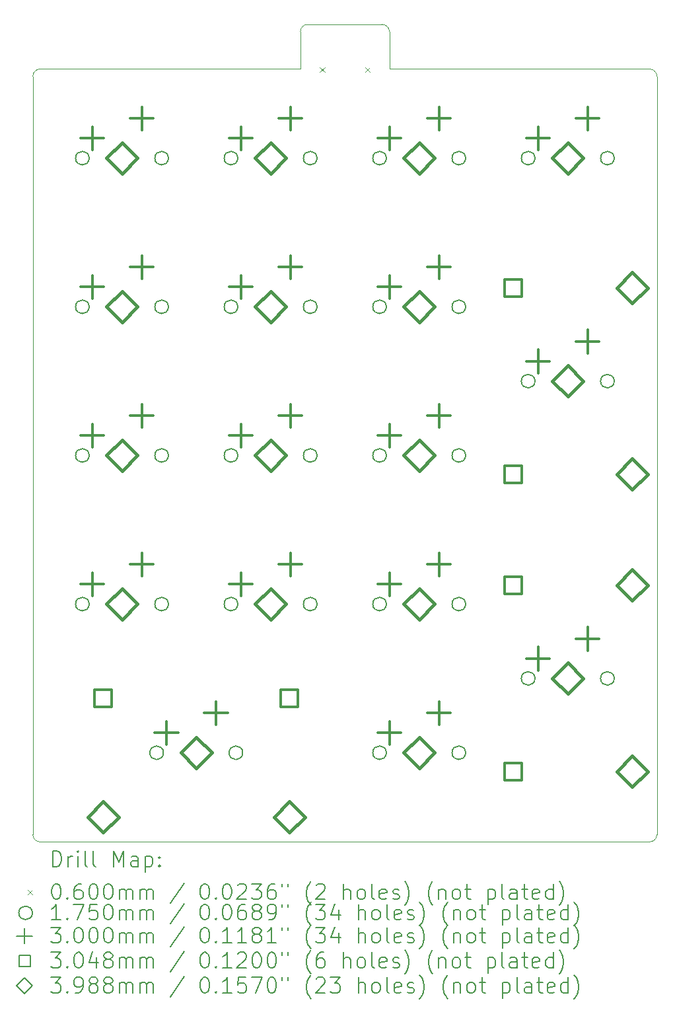
<source format=gbr>
%FSLAX45Y45*%
G04 Gerber Fmt 4.5, Leading zero omitted, Abs format (unit mm)*
G04 Created by KiCad (PCBNEW (6.0.0)) date 2022-02-11 16:13:40*
%MOMM*%
%LPD*%
G01*
G04 APERTURE LIST*
%TA.AperFunction,Profile*%
%ADD10C,0.100000*%
%TD*%
%ADD11C,0.200000*%
%ADD12C,0.060000*%
%ADD13C,0.175000*%
%ADD14C,0.300000*%
%ADD15C,0.304800*%
%ADD16C,0.398780*%
G04 APERTURE END LIST*
D10*
X12763500Y-3143250D02*
X12763500Y-3619500D01*
X13811250Y-3048000D02*
X12858750Y-3048000D01*
X12763500Y-3619500D02*
X9429750Y-3619500D01*
X17240250Y-3619500D02*
X13906500Y-3619500D01*
X17335500Y-3714750D02*
G75*
G03*
X17240250Y-3619500I-95250J0D01*
G01*
X12858750Y-3048000D02*
G75*
G03*
X12763500Y-3143250I0J-95250D01*
G01*
X9429750Y-13525500D02*
X17240250Y-13525500D01*
X17335500Y-13430250D02*
X17335500Y-3714750D01*
X17240250Y-13525500D02*
G75*
G03*
X17335500Y-13430250I0J95250D01*
G01*
X9429750Y-3619500D02*
G75*
G03*
X9334500Y-3714750I0J-95250D01*
G01*
X13906500Y-3619500D02*
X13906500Y-3143250D01*
X9334500Y-3714750D02*
X9334500Y-13430250D01*
X9334500Y-13430250D02*
G75*
G03*
X9429750Y-13525500I95250J0D01*
G01*
X13906500Y-3143250D02*
G75*
G03*
X13811250Y-3048000I-95250J0D01*
G01*
D11*
D12*
X13016000Y-3596500D02*
X13076000Y-3656500D01*
X13076000Y-3596500D02*
X13016000Y-3656500D01*
X13594000Y-3596500D02*
X13654000Y-3656500D01*
X13654000Y-3596500D02*
X13594000Y-3656500D01*
D13*
X10057000Y-4762500D02*
G75*
G03*
X10057000Y-4762500I-87500J0D01*
G01*
X10057000Y-6667500D02*
G75*
G03*
X10057000Y-6667500I-87500J0D01*
G01*
X10057000Y-8572500D02*
G75*
G03*
X10057000Y-8572500I-87500J0D01*
G01*
X10057000Y-10477500D02*
G75*
G03*
X10057000Y-10477500I-87500J0D01*
G01*
X11009500Y-12382500D02*
G75*
G03*
X11009500Y-12382500I-87500J0D01*
G01*
X11073000Y-4762500D02*
G75*
G03*
X11073000Y-4762500I-87500J0D01*
G01*
X11073000Y-6667500D02*
G75*
G03*
X11073000Y-6667500I-87500J0D01*
G01*
X11073000Y-8572500D02*
G75*
G03*
X11073000Y-8572500I-87500J0D01*
G01*
X11073000Y-10477500D02*
G75*
G03*
X11073000Y-10477500I-87500J0D01*
G01*
X11962000Y-4762500D02*
G75*
G03*
X11962000Y-4762500I-87500J0D01*
G01*
X11962000Y-6667500D02*
G75*
G03*
X11962000Y-6667500I-87500J0D01*
G01*
X11962000Y-8572500D02*
G75*
G03*
X11962000Y-8572500I-87500J0D01*
G01*
X11962000Y-10477500D02*
G75*
G03*
X11962000Y-10477500I-87500J0D01*
G01*
X12025500Y-12382500D02*
G75*
G03*
X12025500Y-12382500I-87500J0D01*
G01*
X12978000Y-4762500D02*
G75*
G03*
X12978000Y-4762500I-87500J0D01*
G01*
X12978000Y-6667500D02*
G75*
G03*
X12978000Y-6667500I-87500J0D01*
G01*
X12978000Y-8572500D02*
G75*
G03*
X12978000Y-8572500I-87500J0D01*
G01*
X12978000Y-10477500D02*
G75*
G03*
X12978000Y-10477500I-87500J0D01*
G01*
X13867000Y-4762500D02*
G75*
G03*
X13867000Y-4762500I-87500J0D01*
G01*
X13867000Y-6667500D02*
G75*
G03*
X13867000Y-6667500I-87500J0D01*
G01*
X13867000Y-8572500D02*
G75*
G03*
X13867000Y-8572500I-87500J0D01*
G01*
X13867000Y-10477500D02*
G75*
G03*
X13867000Y-10477500I-87500J0D01*
G01*
X13867000Y-12382500D02*
G75*
G03*
X13867000Y-12382500I-87500J0D01*
G01*
X14883000Y-4762500D02*
G75*
G03*
X14883000Y-4762500I-87500J0D01*
G01*
X14883000Y-6667500D02*
G75*
G03*
X14883000Y-6667500I-87500J0D01*
G01*
X14883000Y-8572500D02*
G75*
G03*
X14883000Y-8572500I-87500J0D01*
G01*
X14883000Y-10477500D02*
G75*
G03*
X14883000Y-10477500I-87500J0D01*
G01*
X14883000Y-12382500D02*
G75*
G03*
X14883000Y-12382500I-87500J0D01*
G01*
X15772000Y-4762500D02*
G75*
G03*
X15772000Y-4762500I-87500J0D01*
G01*
X15772000Y-7620000D02*
G75*
G03*
X15772000Y-7620000I-87500J0D01*
G01*
X15772000Y-11430000D02*
G75*
G03*
X15772000Y-11430000I-87500J0D01*
G01*
X16788000Y-4762500D02*
G75*
G03*
X16788000Y-4762500I-87500J0D01*
G01*
X16788000Y-7620000D02*
G75*
G03*
X16788000Y-7620000I-87500J0D01*
G01*
X16788000Y-11430000D02*
G75*
G03*
X16788000Y-11430000I-87500J0D01*
G01*
D14*
X10096500Y-4358500D02*
X10096500Y-4658500D01*
X9946500Y-4508500D02*
X10246500Y-4508500D01*
X10096500Y-6263500D02*
X10096500Y-6563500D01*
X9946500Y-6413500D02*
X10246500Y-6413500D01*
X10096500Y-8168500D02*
X10096500Y-8468500D01*
X9946500Y-8318500D02*
X10246500Y-8318500D01*
X10096500Y-10073500D02*
X10096500Y-10373500D01*
X9946500Y-10223500D02*
X10246500Y-10223500D01*
X10731500Y-4104500D02*
X10731500Y-4404500D01*
X10581500Y-4254500D02*
X10881500Y-4254500D01*
X10731500Y-6009500D02*
X10731500Y-6309500D01*
X10581500Y-6159500D02*
X10881500Y-6159500D01*
X10731500Y-7914500D02*
X10731500Y-8214500D01*
X10581500Y-8064500D02*
X10881500Y-8064500D01*
X10731500Y-9819500D02*
X10731500Y-10119500D01*
X10581500Y-9969500D02*
X10881500Y-9969500D01*
X11049000Y-11978500D02*
X11049000Y-12278500D01*
X10899000Y-12128500D02*
X11199000Y-12128500D01*
X11684000Y-11724500D02*
X11684000Y-12024500D01*
X11534000Y-11874500D02*
X11834000Y-11874500D01*
X12001500Y-4358500D02*
X12001500Y-4658500D01*
X11851500Y-4508500D02*
X12151500Y-4508500D01*
X12001500Y-6263500D02*
X12001500Y-6563500D01*
X11851500Y-6413500D02*
X12151500Y-6413500D01*
X12001500Y-8168500D02*
X12001500Y-8468500D01*
X11851500Y-8318500D02*
X12151500Y-8318500D01*
X12001500Y-10073500D02*
X12001500Y-10373500D01*
X11851500Y-10223500D02*
X12151500Y-10223500D01*
X12636500Y-4104500D02*
X12636500Y-4404500D01*
X12486500Y-4254500D02*
X12786500Y-4254500D01*
X12636500Y-6009500D02*
X12636500Y-6309500D01*
X12486500Y-6159500D02*
X12786500Y-6159500D01*
X12636500Y-7914500D02*
X12636500Y-8214500D01*
X12486500Y-8064500D02*
X12786500Y-8064500D01*
X12636500Y-9819500D02*
X12636500Y-10119500D01*
X12486500Y-9969500D02*
X12786500Y-9969500D01*
X13906500Y-4358500D02*
X13906500Y-4658500D01*
X13756500Y-4508500D02*
X14056500Y-4508500D01*
X13906500Y-6263500D02*
X13906500Y-6563500D01*
X13756500Y-6413500D02*
X14056500Y-6413500D01*
X13906500Y-8168500D02*
X13906500Y-8468500D01*
X13756500Y-8318500D02*
X14056500Y-8318500D01*
X13906500Y-10073500D02*
X13906500Y-10373500D01*
X13756500Y-10223500D02*
X14056500Y-10223500D01*
X13906500Y-11978500D02*
X13906500Y-12278500D01*
X13756500Y-12128500D02*
X14056500Y-12128500D01*
X14541500Y-4104500D02*
X14541500Y-4404500D01*
X14391500Y-4254500D02*
X14691500Y-4254500D01*
X14541500Y-6009500D02*
X14541500Y-6309500D01*
X14391500Y-6159500D02*
X14691500Y-6159500D01*
X14541500Y-7914500D02*
X14541500Y-8214500D01*
X14391500Y-8064500D02*
X14691500Y-8064500D01*
X14541500Y-9819500D02*
X14541500Y-10119500D01*
X14391500Y-9969500D02*
X14691500Y-9969500D01*
X14541500Y-11724500D02*
X14541500Y-12024500D01*
X14391500Y-11874500D02*
X14691500Y-11874500D01*
X15811500Y-4358500D02*
X15811500Y-4658500D01*
X15661500Y-4508500D02*
X15961500Y-4508500D01*
X15811500Y-7216000D02*
X15811500Y-7516000D01*
X15661500Y-7366000D02*
X15961500Y-7366000D01*
X15811500Y-11026000D02*
X15811500Y-11326000D01*
X15661500Y-11176000D02*
X15961500Y-11176000D01*
X16446500Y-4104500D02*
X16446500Y-4404500D01*
X16296500Y-4254500D02*
X16596500Y-4254500D01*
X16446500Y-6962000D02*
X16446500Y-7262000D01*
X16296500Y-7112000D02*
X16596500Y-7112000D01*
X16446500Y-10772000D02*
X16446500Y-11072000D01*
X16296500Y-10922000D02*
X16596500Y-10922000D01*
D15*
X10343964Y-11791764D02*
X10343964Y-11576236D01*
X10128436Y-11576236D01*
X10128436Y-11791764D01*
X10343964Y-11791764D01*
X12731564Y-11791764D02*
X12731564Y-11576236D01*
X12516036Y-11576236D01*
X12516036Y-11791764D01*
X12731564Y-11791764D01*
X15601764Y-6533964D02*
X15601764Y-6318436D01*
X15386236Y-6318436D01*
X15386236Y-6533964D01*
X15601764Y-6533964D01*
X15601764Y-8921564D02*
X15601764Y-8706036D01*
X15386236Y-8706036D01*
X15386236Y-8921564D01*
X15601764Y-8921564D01*
X15601764Y-10343964D02*
X15601764Y-10128436D01*
X15386236Y-10128436D01*
X15386236Y-10343964D01*
X15601764Y-10343964D01*
X15601764Y-12731564D02*
X15601764Y-12516036D01*
X15386236Y-12516036D01*
X15386236Y-12731564D01*
X15601764Y-12731564D01*
D16*
X10236200Y-13407390D02*
X10435590Y-13208000D01*
X10236200Y-13008610D01*
X10036810Y-13208000D01*
X10236200Y-13407390D01*
X10477500Y-4961890D02*
X10676890Y-4762500D01*
X10477500Y-4563110D01*
X10278110Y-4762500D01*
X10477500Y-4961890D01*
X10477500Y-6866890D02*
X10676890Y-6667500D01*
X10477500Y-6468110D01*
X10278110Y-6667500D01*
X10477500Y-6866890D01*
X10477500Y-8771890D02*
X10676890Y-8572500D01*
X10477500Y-8373110D01*
X10278110Y-8572500D01*
X10477500Y-8771890D01*
X10477500Y-10676890D02*
X10676890Y-10477500D01*
X10477500Y-10278110D01*
X10278110Y-10477500D01*
X10477500Y-10676890D01*
X11430000Y-12581890D02*
X11629390Y-12382500D01*
X11430000Y-12183110D01*
X11230610Y-12382500D01*
X11430000Y-12581890D01*
X12382500Y-4961890D02*
X12581890Y-4762500D01*
X12382500Y-4563110D01*
X12183110Y-4762500D01*
X12382500Y-4961890D01*
X12382500Y-6866890D02*
X12581890Y-6667500D01*
X12382500Y-6468110D01*
X12183110Y-6667500D01*
X12382500Y-6866890D01*
X12382500Y-8771890D02*
X12581890Y-8572500D01*
X12382500Y-8373110D01*
X12183110Y-8572500D01*
X12382500Y-8771890D01*
X12382500Y-10676890D02*
X12581890Y-10477500D01*
X12382500Y-10278110D01*
X12183110Y-10477500D01*
X12382500Y-10676890D01*
X12623800Y-13407390D02*
X12823190Y-13208000D01*
X12623800Y-13008610D01*
X12424410Y-13208000D01*
X12623800Y-13407390D01*
X14287500Y-4961890D02*
X14486890Y-4762500D01*
X14287500Y-4563110D01*
X14088110Y-4762500D01*
X14287500Y-4961890D01*
X14287500Y-6866890D02*
X14486890Y-6667500D01*
X14287500Y-6468110D01*
X14088110Y-6667500D01*
X14287500Y-6866890D01*
X14287500Y-8771890D02*
X14486890Y-8572500D01*
X14287500Y-8373110D01*
X14088110Y-8572500D01*
X14287500Y-8771890D01*
X14287500Y-10676890D02*
X14486890Y-10477500D01*
X14287500Y-10278110D01*
X14088110Y-10477500D01*
X14287500Y-10676890D01*
X14287500Y-12581890D02*
X14486890Y-12382500D01*
X14287500Y-12183110D01*
X14088110Y-12382500D01*
X14287500Y-12581890D01*
X16192500Y-4961890D02*
X16391890Y-4762500D01*
X16192500Y-4563110D01*
X15993110Y-4762500D01*
X16192500Y-4961890D01*
X16192500Y-7819390D02*
X16391890Y-7620000D01*
X16192500Y-7420610D01*
X15993110Y-7620000D01*
X16192500Y-7819390D01*
X16192500Y-11629390D02*
X16391890Y-11430000D01*
X16192500Y-11230610D01*
X15993110Y-11430000D01*
X16192500Y-11629390D01*
X17018000Y-6625590D02*
X17217390Y-6426200D01*
X17018000Y-6226810D01*
X16818610Y-6426200D01*
X17018000Y-6625590D01*
X17018000Y-9013190D02*
X17217390Y-8813800D01*
X17018000Y-8614410D01*
X16818610Y-8813800D01*
X17018000Y-9013190D01*
X17018000Y-10435590D02*
X17217390Y-10236200D01*
X17018000Y-10036810D01*
X16818610Y-10236200D01*
X17018000Y-10435590D01*
X17018000Y-12823190D02*
X17217390Y-12623800D01*
X17018000Y-12424410D01*
X16818610Y-12623800D01*
X17018000Y-12823190D01*
D11*
X9587119Y-13840976D02*
X9587119Y-13640976D01*
X9634738Y-13640976D01*
X9663310Y-13650500D01*
X9682357Y-13669548D01*
X9691881Y-13688595D01*
X9701405Y-13726690D01*
X9701405Y-13755262D01*
X9691881Y-13793357D01*
X9682357Y-13812405D01*
X9663310Y-13831452D01*
X9634738Y-13840976D01*
X9587119Y-13840976D01*
X9787119Y-13840976D02*
X9787119Y-13707643D01*
X9787119Y-13745738D02*
X9796643Y-13726690D01*
X9806167Y-13717167D01*
X9825214Y-13707643D01*
X9844262Y-13707643D01*
X9910929Y-13840976D02*
X9910929Y-13707643D01*
X9910929Y-13640976D02*
X9901405Y-13650500D01*
X9910929Y-13660024D01*
X9920452Y-13650500D01*
X9910929Y-13640976D01*
X9910929Y-13660024D01*
X10034738Y-13840976D02*
X10015690Y-13831452D01*
X10006167Y-13812405D01*
X10006167Y-13640976D01*
X10139500Y-13840976D02*
X10120452Y-13831452D01*
X10110929Y-13812405D01*
X10110929Y-13640976D01*
X10368071Y-13840976D02*
X10368071Y-13640976D01*
X10434738Y-13783833D01*
X10501405Y-13640976D01*
X10501405Y-13840976D01*
X10682357Y-13840976D02*
X10682357Y-13736214D01*
X10672833Y-13717167D01*
X10653786Y-13707643D01*
X10615690Y-13707643D01*
X10596643Y-13717167D01*
X10682357Y-13831452D02*
X10663310Y-13840976D01*
X10615690Y-13840976D01*
X10596643Y-13831452D01*
X10587119Y-13812405D01*
X10587119Y-13793357D01*
X10596643Y-13774309D01*
X10615690Y-13764786D01*
X10663310Y-13764786D01*
X10682357Y-13755262D01*
X10777595Y-13707643D02*
X10777595Y-13907643D01*
X10777595Y-13717167D02*
X10796643Y-13707643D01*
X10834738Y-13707643D01*
X10853786Y-13717167D01*
X10863310Y-13726690D01*
X10872833Y-13745738D01*
X10872833Y-13802881D01*
X10863310Y-13821928D01*
X10853786Y-13831452D01*
X10834738Y-13840976D01*
X10796643Y-13840976D01*
X10777595Y-13831452D01*
X10958548Y-13821928D02*
X10968071Y-13831452D01*
X10958548Y-13840976D01*
X10949024Y-13831452D01*
X10958548Y-13821928D01*
X10958548Y-13840976D01*
X10958548Y-13717167D02*
X10968071Y-13726690D01*
X10958548Y-13736214D01*
X10949024Y-13726690D01*
X10958548Y-13717167D01*
X10958548Y-13736214D01*
D12*
X9269500Y-14140500D02*
X9329500Y-14200500D01*
X9329500Y-14140500D02*
X9269500Y-14200500D01*
D11*
X9625214Y-14060976D02*
X9644262Y-14060976D01*
X9663310Y-14070500D01*
X9672833Y-14080024D01*
X9682357Y-14099071D01*
X9691881Y-14137167D01*
X9691881Y-14184786D01*
X9682357Y-14222881D01*
X9672833Y-14241928D01*
X9663310Y-14251452D01*
X9644262Y-14260976D01*
X9625214Y-14260976D01*
X9606167Y-14251452D01*
X9596643Y-14241928D01*
X9587119Y-14222881D01*
X9577595Y-14184786D01*
X9577595Y-14137167D01*
X9587119Y-14099071D01*
X9596643Y-14080024D01*
X9606167Y-14070500D01*
X9625214Y-14060976D01*
X9777595Y-14241928D02*
X9787119Y-14251452D01*
X9777595Y-14260976D01*
X9768071Y-14251452D01*
X9777595Y-14241928D01*
X9777595Y-14260976D01*
X9958548Y-14060976D02*
X9920452Y-14060976D01*
X9901405Y-14070500D01*
X9891881Y-14080024D01*
X9872833Y-14108595D01*
X9863310Y-14146690D01*
X9863310Y-14222881D01*
X9872833Y-14241928D01*
X9882357Y-14251452D01*
X9901405Y-14260976D01*
X9939500Y-14260976D01*
X9958548Y-14251452D01*
X9968071Y-14241928D01*
X9977595Y-14222881D01*
X9977595Y-14175262D01*
X9968071Y-14156214D01*
X9958548Y-14146690D01*
X9939500Y-14137167D01*
X9901405Y-14137167D01*
X9882357Y-14146690D01*
X9872833Y-14156214D01*
X9863310Y-14175262D01*
X10101405Y-14060976D02*
X10120452Y-14060976D01*
X10139500Y-14070500D01*
X10149024Y-14080024D01*
X10158548Y-14099071D01*
X10168071Y-14137167D01*
X10168071Y-14184786D01*
X10158548Y-14222881D01*
X10149024Y-14241928D01*
X10139500Y-14251452D01*
X10120452Y-14260976D01*
X10101405Y-14260976D01*
X10082357Y-14251452D01*
X10072833Y-14241928D01*
X10063310Y-14222881D01*
X10053786Y-14184786D01*
X10053786Y-14137167D01*
X10063310Y-14099071D01*
X10072833Y-14080024D01*
X10082357Y-14070500D01*
X10101405Y-14060976D01*
X10291881Y-14060976D02*
X10310929Y-14060976D01*
X10329976Y-14070500D01*
X10339500Y-14080024D01*
X10349024Y-14099071D01*
X10358548Y-14137167D01*
X10358548Y-14184786D01*
X10349024Y-14222881D01*
X10339500Y-14241928D01*
X10329976Y-14251452D01*
X10310929Y-14260976D01*
X10291881Y-14260976D01*
X10272833Y-14251452D01*
X10263310Y-14241928D01*
X10253786Y-14222881D01*
X10244262Y-14184786D01*
X10244262Y-14137167D01*
X10253786Y-14099071D01*
X10263310Y-14080024D01*
X10272833Y-14070500D01*
X10291881Y-14060976D01*
X10444262Y-14260976D02*
X10444262Y-14127643D01*
X10444262Y-14146690D02*
X10453786Y-14137167D01*
X10472833Y-14127643D01*
X10501405Y-14127643D01*
X10520452Y-14137167D01*
X10529976Y-14156214D01*
X10529976Y-14260976D01*
X10529976Y-14156214D02*
X10539500Y-14137167D01*
X10558548Y-14127643D01*
X10587119Y-14127643D01*
X10606167Y-14137167D01*
X10615690Y-14156214D01*
X10615690Y-14260976D01*
X10710929Y-14260976D02*
X10710929Y-14127643D01*
X10710929Y-14146690D02*
X10720452Y-14137167D01*
X10739500Y-14127643D01*
X10768071Y-14127643D01*
X10787119Y-14137167D01*
X10796643Y-14156214D01*
X10796643Y-14260976D01*
X10796643Y-14156214D02*
X10806167Y-14137167D01*
X10825214Y-14127643D01*
X10853786Y-14127643D01*
X10872833Y-14137167D01*
X10882357Y-14156214D01*
X10882357Y-14260976D01*
X11272833Y-14051452D02*
X11101405Y-14308595D01*
X11529976Y-14060976D02*
X11549024Y-14060976D01*
X11568071Y-14070500D01*
X11577595Y-14080024D01*
X11587119Y-14099071D01*
X11596643Y-14137167D01*
X11596643Y-14184786D01*
X11587119Y-14222881D01*
X11577595Y-14241928D01*
X11568071Y-14251452D01*
X11549024Y-14260976D01*
X11529976Y-14260976D01*
X11510928Y-14251452D01*
X11501405Y-14241928D01*
X11491881Y-14222881D01*
X11482357Y-14184786D01*
X11482357Y-14137167D01*
X11491881Y-14099071D01*
X11501405Y-14080024D01*
X11510928Y-14070500D01*
X11529976Y-14060976D01*
X11682357Y-14241928D02*
X11691881Y-14251452D01*
X11682357Y-14260976D01*
X11672833Y-14251452D01*
X11682357Y-14241928D01*
X11682357Y-14260976D01*
X11815690Y-14060976D02*
X11834738Y-14060976D01*
X11853786Y-14070500D01*
X11863309Y-14080024D01*
X11872833Y-14099071D01*
X11882357Y-14137167D01*
X11882357Y-14184786D01*
X11872833Y-14222881D01*
X11863309Y-14241928D01*
X11853786Y-14251452D01*
X11834738Y-14260976D01*
X11815690Y-14260976D01*
X11796643Y-14251452D01*
X11787119Y-14241928D01*
X11777595Y-14222881D01*
X11768071Y-14184786D01*
X11768071Y-14137167D01*
X11777595Y-14099071D01*
X11787119Y-14080024D01*
X11796643Y-14070500D01*
X11815690Y-14060976D01*
X11958548Y-14080024D02*
X11968071Y-14070500D01*
X11987119Y-14060976D01*
X12034738Y-14060976D01*
X12053786Y-14070500D01*
X12063309Y-14080024D01*
X12072833Y-14099071D01*
X12072833Y-14118119D01*
X12063309Y-14146690D01*
X11949024Y-14260976D01*
X12072833Y-14260976D01*
X12139500Y-14060976D02*
X12263309Y-14060976D01*
X12196643Y-14137167D01*
X12225214Y-14137167D01*
X12244262Y-14146690D01*
X12253786Y-14156214D01*
X12263309Y-14175262D01*
X12263309Y-14222881D01*
X12253786Y-14241928D01*
X12244262Y-14251452D01*
X12225214Y-14260976D01*
X12168071Y-14260976D01*
X12149024Y-14251452D01*
X12139500Y-14241928D01*
X12434738Y-14060976D02*
X12396643Y-14060976D01*
X12377595Y-14070500D01*
X12368071Y-14080024D01*
X12349024Y-14108595D01*
X12339500Y-14146690D01*
X12339500Y-14222881D01*
X12349024Y-14241928D01*
X12358548Y-14251452D01*
X12377595Y-14260976D01*
X12415690Y-14260976D01*
X12434738Y-14251452D01*
X12444262Y-14241928D01*
X12453786Y-14222881D01*
X12453786Y-14175262D01*
X12444262Y-14156214D01*
X12434738Y-14146690D01*
X12415690Y-14137167D01*
X12377595Y-14137167D01*
X12358548Y-14146690D01*
X12349024Y-14156214D01*
X12339500Y-14175262D01*
X12529976Y-14060976D02*
X12529976Y-14099071D01*
X12606167Y-14060976D02*
X12606167Y-14099071D01*
X12901405Y-14337167D02*
X12891881Y-14327643D01*
X12872833Y-14299071D01*
X12863309Y-14280024D01*
X12853786Y-14251452D01*
X12844262Y-14203833D01*
X12844262Y-14165738D01*
X12853786Y-14118119D01*
X12863309Y-14089548D01*
X12872833Y-14070500D01*
X12891881Y-14041928D01*
X12901405Y-14032405D01*
X12968071Y-14080024D02*
X12977595Y-14070500D01*
X12996643Y-14060976D01*
X13044262Y-14060976D01*
X13063309Y-14070500D01*
X13072833Y-14080024D01*
X13082357Y-14099071D01*
X13082357Y-14118119D01*
X13072833Y-14146690D01*
X12958548Y-14260976D01*
X13082357Y-14260976D01*
X13320452Y-14260976D02*
X13320452Y-14060976D01*
X13406167Y-14260976D02*
X13406167Y-14156214D01*
X13396643Y-14137167D01*
X13377595Y-14127643D01*
X13349024Y-14127643D01*
X13329976Y-14137167D01*
X13320452Y-14146690D01*
X13529976Y-14260976D02*
X13510928Y-14251452D01*
X13501405Y-14241928D01*
X13491881Y-14222881D01*
X13491881Y-14165738D01*
X13501405Y-14146690D01*
X13510928Y-14137167D01*
X13529976Y-14127643D01*
X13558548Y-14127643D01*
X13577595Y-14137167D01*
X13587119Y-14146690D01*
X13596643Y-14165738D01*
X13596643Y-14222881D01*
X13587119Y-14241928D01*
X13577595Y-14251452D01*
X13558548Y-14260976D01*
X13529976Y-14260976D01*
X13710928Y-14260976D02*
X13691881Y-14251452D01*
X13682357Y-14232405D01*
X13682357Y-14060976D01*
X13863309Y-14251452D02*
X13844262Y-14260976D01*
X13806167Y-14260976D01*
X13787119Y-14251452D01*
X13777595Y-14232405D01*
X13777595Y-14156214D01*
X13787119Y-14137167D01*
X13806167Y-14127643D01*
X13844262Y-14127643D01*
X13863309Y-14137167D01*
X13872833Y-14156214D01*
X13872833Y-14175262D01*
X13777595Y-14194309D01*
X13949024Y-14251452D02*
X13968071Y-14260976D01*
X14006167Y-14260976D01*
X14025214Y-14251452D01*
X14034738Y-14232405D01*
X14034738Y-14222881D01*
X14025214Y-14203833D01*
X14006167Y-14194309D01*
X13977595Y-14194309D01*
X13958548Y-14184786D01*
X13949024Y-14165738D01*
X13949024Y-14156214D01*
X13958548Y-14137167D01*
X13977595Y-14127643D01*
X14006167Y-14127643D01*
X14025214Y-14137167D01*
X14101405Y-14337167D02*
X14110928Y-14327643D01*
X14129976Y-14299071D01*
X14139500Y-14280024D01*
X14149024Y-14251452D01*
X14158548Y-14203833D01*
X14158548Y-14165738D01*
X14149024Y-14118119D01*
X14139500Y-14089548D01*
X14129976Y-14070500D01*
X14110928Y-14041928D01*
X14101405Y-14032405D01*
X14463309Y-14337167D02*
X14453786Y-14327643D01*
X14434738Y-14299071D01*
X14425214Y-14280024D01*
X14415690Y-14251452D01*
X14406167Y-14203833D01*
X14406167Y-14165738D01*
X14415690Y-14118119D01*
X14425214Y-14089548D01*
X14434738Y-14070500D01*
X14453786Y-14041928D01*
X14463309Y-14032405D01*
X14539500Y-14127643D02*
X14539500Y-14260976D01*
X14539500Y-14146690D02*
X14549024Y-14137167D01*
X14568071Y-14127643D01*
X14596643Y-14127643D01*
X14615690Y-14137167D01*
X14625214Y-14156214D01*
X14625214Y-14260976D01*
X14749024Y-14260976D02*
X14729976Y-14251452D01*
X14720452Y-14241928D01*
X14710928Y-14222881D01*
X14710928Y-14165738D01*
X14720452Y-14146690D01*
X14729976Y-14137167D01*
X14749024Y-14127643D01*
X14777595Y-14127643D01*
X14796643Y-14137167D01*
X14806167Y-14146690D01*
X14815690Y-14165738D01*
X14815690Y-14222881D01*
X14806167Y-14241928D01*
X14796643Y-14251452D01*
X14777595Y-14260976D01*
X14749024Y-14260976D01*
X14872833Y-14127643D02*
X14949024Y-14127643D01*
X14901405Y-14060976D02*
X14901405Y-14232405D01*
X14910928Y-14251452D01*
X14929976Y-14260976D01*
X14949024Y-14260976D01*
X15168071Y-14127643D02*
X15168071Y-14327643D01*
X15168071Y-14137167D02*
X15187119Y-14127643D01*
X15225214Y-14127643D01*
X15244262Y-14137167D01*
X15253786Y-14146690D01*
X15263309Y-14165738D01*
X15263309Y-14222881D01*
X15253786Y-14241928D01*
X15244262Y-14251452D01*
X15225214Y-14260976D01*
X15187119Y-14260976D01*
X15168071Y-14251452D01*
X15377595Y-14260976D02*
X15358548Y-14251452D01*
X15349024Y-14232405D01*
X15349024Y-14060976D01*
X15539500Y-14260976D02*
X15539500Y-14156214D01*
X15529976Y-14137167D01*
X15510928Y-14127643D01*
X15472833Y-14127643D01*
X15453786Y-14137167D01*
X15539500Y-14251452D02*
X15520452Y-14260976D01*
X15472833Y-14260976D01*
X15453786Y-14251452D01*
X15444262Y-14232405D01*
X15444262Y-14213357D01*
X15453786Y-14194309D01*
X15472833Y-14184786D01*
X15520452Y-14184786D01*
X15539500Y-14175262D01*
X15606167Y-14127643D02*
X15682357Y-14127643D01*
X15634738Y-14060976D02*
X15634738Y-14232405D01*
X15644262Y-14251452D01*
X15663309Y-14260976D01*
X15682357Y-14260976D01*
X15825214Y-14251452D02*
X15806167Y-14260976D01*
X15768071Y-14260976D01*
X15749024Y-14251452D01*
X15739500Y-14232405D01*
X15739500Y-14156214D01*
X15749024Y-14137167D01*
X15768071Y-14127643D01*
X15806167Y-14127643D01*
X15825214Y-14137167D01*
X15834738Y-14156214D01*
X15834738Y-14175262D01*
X15739500Y-14194309D01*
X16006167Y-14260976D02*
X16006167Y-14060976D01*
X16006167Y-14251452D02*
X15987119Y-14260976D01*
X15949024Y-14260976D01*
X15929976Y-14251452D01*
X15920452Y-14241928D01*
X15910928Y-14222881D01*
X15910928Y-14165738D01*
X15920452Y-14146690D01*
X15929976Y-14137167D01*
X15949024Y-14127643D01*
X15987119Y-14127643D01*
X16006167Y-14137167D01*
X16082357Y-14337167D02*
X16091881Y-14327643D01*
X16110928Y-14299071D01*
X16120452Y-14280024D01*
X16129976Y-14251452D01*
X16139500Y-14203833D01*
X16139500Y-14165738D01*
X16129976Y-14118119D01*
X16120452Y-14089548D01*
X16110928Y-14070500D01*
X16091881Y-14041928D01*
X16082357Y-14032405D01*
D13*
X9329500Y-14434500D02*
G75*
G03*
X9329500Y-14434500I-87500J0D01*
G01*
D11*
X9691881Y-14524976D02*
X9577595Y-14524976D01*
X9634738Y-14524976D02*
X9634738Y-14324976D01*
X9615690Y-14353548D01*
X9596643Y-14372595D01*
X9577595Y-14382119D01*
X9777595Y-14505928D02*
X9787119Y-14515452D01*
X9777595Y-14524976D01*
X9768071Y-14515452D01*
X9777595Y-14505928D01*
X9777595Y-14524976D01*
X9853786Y-14324976D02*
X9987119Y-14324976D01*
X9901405Y-14524976D01*
X10158548Y-14324976D02*
X10063310Y-14324976D01*
X10053786Y-14420214D01*
X10063310Y-14410690D01*
X10082357Y-14401167D01*
X10129976Y-14401167D01*
X10149024Y-14410690D01*
X10158548Y-14420214D01*
X10168071Y-14439262D01*
X10168071Y-14486881D01*
X10158548Y-14505928D01*
X10149024Y-14515452D01*
X10129976Y-14524976D01*
X10082357Y-14524976D01*
X10063310Y-14515452D01*
X10053786Y-14505928D01*
X10291881Y-14324976D02*
X10310929Y-14324976D01*
X10329976Y-14334500D01*
X10339500Y-14344024D01*
X10349024Y-14363071D01*
X10358548Y-14401167D01*
X10358548Y-14448786D01*
X10349024Y-14486881D01*
X10339500Y-14505928D01*
X10329976Y-14515452D01*
X10310929Y-14524976D01*
X10291881Y-14524976D01*
X10272833Y-14515452D01*
X10263310Y-14505928D01*
X10253786Y-14486881D01*
X10244262Y-14448786D01*
X10244262Y-14401167D01*
X10253786Y-14363071D01*
X10263310Y-14344024D01*
X10272833Y-14334500D01*
X10291881Y-14324976D01*
X10444262Y-14524976D02*
X10444262Y-14391643D01*
X10444262Y-14410690D02*
X10453786Y-14401167D01*
X10472833Y-14391643D01*
X10501405Y-14391643D01*
X10520452Y-14401167D01*
X10529976Y-14420214D01*
X10529976Y-14524976D01*
X10529976Y-14420214D02*
X10539500Y-14401167D01*
X10558548Y-14391643D01*
X10587119Y-14391643D01*
X10606167Y-14401167D01*
X10615690Y-14420214D01*
X10615690Y-14524976D01*
X10710929Y-14524976D02*
X10710929Y-14391643D01*
X10710929Y-14410690D02*
X10720452Y-14401167D01*
X10739500Y-14391643D01*
X10768071Y-14391643D01*
X10787119Y-14401167D01*
X10796643Y-14420214D01*
X10796643Y-14524976D01*
X10796643Y-14420214D02*
X10806167Y-14401167D01*
X10825214Y-14391643D01*
X10853786Y-14391643D01*
X10872833Y-14401167D01*
X10882357Y-14420214D01*
X10882357Y-14524976D01*
X11272833Y-14315452D02*
X11101405Y-14572595D01*
X11529976Y-14324976D02*
X11549024Y-14324976D01*
X11568071Y-14334500D01*
X11577595Y-14344024D01*
X11587119Y-14363071D01*
X11596643Y-14401167D01*
X11596643Y-14448786D01*
X11587119Y-14486881D01*
X11577595Y-14505928D01*
X11568071Y-14515452D01*
X11549024Y-14524976D01*
X11529976Y-14524976D01*
X11510928Y-14515452D01*
X11501405Y-14505928D01*
X11491881Y-14486881D01*
X11482357Y-14448786D01*
X11482357Y-14401167D01*
X11491881Y-14363071D01*
X11501405Y-14344024D01*
X11510928Y-14334500D01*
X11529976Y-14324976D01*
X11682357Y-14505928D02*
X11691881Y-14515452D01*
X11682357Y-14524976D01*
X11672833Y-14515452D01*
X11682357Y-14505928D01*
X11682357Y-14524976D01*
X11815690Y-14324976D02*
X11834738Y-14324976D01*
X11853786Y-14334500D01*
X11863309Y-14344024D01*
X11872833Y-14363071D01*
X11882357Y-14401167D01*
X11882357Y-14448786D01*
X11872833Y-14486881D01*
X11863309Y-14505928D01*
X11853786Y-14515452D01*
X11834738Y-14524976D01*
X11815690Y-14524976D01*
X11796643Y-14515452D01*
X11787119Y-14505928D01*
X11777595Y-14486881D01*
X11768071Y-14448786D01*
X11768071Y-14401167D01*
X11777595Y-14363071D01*
X11787119Y-14344024D01*
X11796643Y-14334500D01*
X11815690Y-14324976D01*
X12053786Y-14324976D02*
X12015690Y-14324976D01*
X11996643Y-14334500D01*
X11987119Y-14344024D01*
X11968071Y-14372595D01*
X11958548Y-14410690D01*
X11958548Y-14486881D01*
X11968071Y-14505928D01*
X11977595Y-14515452D01*
X11996643Y-14524976D01*
X12034738Y-14524976D01*
X12053786Y-14515452D01*
X12063309Y-14505928D01*
X12072833Y-14486881D01*
X12072833Y-14439262D01*
X12063309Y-14420214D01*
X12053786Y-14410690D01*
X12034738Y-14401167D01*
X11996643Y-14401167D01*
X11977595Y-14410690D01*
X11968071Y-14420214D01*
X11958548Y-14439262D01*
X12187119Y-14410690D02*
X12168071Y-14401167D01*
X12158548Y-14391643D01*
X12149024Y-14372595D01*
X12149024Y-14363071D01*
X12158548Y-14344024D01*
X12168071Y-14334500D01*
X12187119Y-14324976D01*
X12225214Y-14324976D01*
X12244262Y-14334500D01*
X12253786Y-14344024D01*
X12263309Y-14363071D01*
X12263309Y-14372595D01*
X12253786Y-14391643D01*
X12244262Y-14401167D01*
X12225214Y-14410690D01*
X12187119Y-14410690D01*
X12168071Y-14420214D01*
X12158548Y-14429738D01*
X12149024Y-14448786D01*
X12149024Y-14486881D01*
X12158548Y-14505928D01*
X12168071Y-14515452D01*
X12187119Y-14524976D01*
X12225214Y-14524976D01*
X12244262Y-14515452D01*
X12253786Y-14505928D01*
X12263309Y-14486881D01*
X12263309Y-14448786D01*
X12253786Y-14429738D01*
X12244262Y-14420214D01*
X12225214Y-14410690D01*
X12358548Y-14524976D02*
X12396643Y-14524976D01*
X12415690Y-14515452D01*
X12425214Y-14505928D01*
X12444262Y-14477357D01*
X12453786Y-14439262D01*
X12453786Y-14363071D01*
X12444262Y-14344024D01*
X12434738Y-14334500D01*
X12415690Y-14324976D01*
X12377595Y-14324976D01*
X12358548Y-14334500D01*
X12349024Y-14344024D01*
X12339500Y-14363071D01*
X12339500Y-14410690D01*
X12349024Y-14429738D01*
X12358548Y-14439262D01*
X12377595Y-14448786D01*
X12415690Y-14448786D01*
X12434738Y-14439262D01*
X12444262Y-14429738D01*
X12453786Y-14410690D01*
X12529976Y-14324976D02*
X12529976Y-14363071D01*
X12606167Y-14324976D02*
X12606167Y-14363071D01*
X12901405Y-14601167D02*
X12891881Y-14591643D01*
X12872833Y-14563071D01*
X12863309Y-14544024D01*
X12853786Y-14515452D01*
X12844262Y-14467833D01*
X12844262Y-14429738D01*
X12853786Y-14382119D01*
X12863309Y-14353548D01*
X12872833Y-14334500D01*
X12891881Y-14305928D01*
X12901405Y-14296405D01*
X12958548Y-14324976D02*
X13082357Y-14324976D01*
X13015690Y-14401167D01*
X13044262Y-14401167D01*
X13063309Y-14410690D01*
X13072833Y-14420214D01*
X13082357Y-14439262D01*
X13082357Y-14486881D01*
X13072833Y-14505928D01*
X13063309Y-14515452D01*
X13044262Y-14524976D01*
X12987119Y-14524976D01*
X12968071Y-14515452D01*
X12958548Y-14505928D01*
X13253786Y-14391643D02*
X13253786Y-14524976D01*
X13206167Y-14315452D02*
X13158548Y-14458309D01*
X13282357Y-14458309D01*
X13510928Y-14524976D02*
X13510928Y-14324976D01*
X13596643Y-14524976D02*
X13596643Y-14420214D01*
X13587119Y-14401167D01*
X13568071Y-14391643D01*
X13539500Y-14391643D01*
X13520452Y-14401167D01*
X13510928Y-14410690D01*
X13720452Y-14524976D02*
X13701405Y-14515452D01*
X13691881Y-14505928D01*
X13682357Y-14486881D01*
X13682357Y-14429738D01*
X13691881Y-14410690D01*
X13701405Y-14401167D01*
X13720452Y-14391643D01*
X13749024Y-14391643D01*
X13768071Y-14401167D01*
X13777595Y-14410690D01*
X13787119Y-14429738D01*
X13787119Y-14486881D01*
X13777595Y-14505928D01*
X13768071Y-14515452D01*
X13749024Y-14524976D01*
X13720452Y-14524976D01*
X13901405Y-14524976D02*
X13882357Y-14515452D01*
X13872833Y-14496405D01*
X13872833Y-14324976D01*
X14053786Y-14515452D02*
X14034738Y-14524976D01*
X13996643Y-14524976D01*
X13977595Y-14515452D01*
X13968071Y-14496405D01*
X13968071Y-14420214D01*
X13977595Y-14401167D01*
X13996643Y-14391643D01*
X14034738Y-14391643D01*
X14053786Y-14401167D01*
X14063309Y-14420214D01*
X14063309Y-14439262D01*
X13968071Y-14458309D01*
X14139500Y-14515452D02*
X14158548Y-14524976D01*
X14196643Y-14524976D01*
X14215690Y-14515452D01*
X14225214Y-14496405D01*
X14225214Y-14486881D01*
X14215690Y-14467833D01*
X14196643Y-14458309D01*
X14168071Y-14458309D01*
X14149024Y-14448786D01*
X14139500Y-14429738D01*
X14139500Y-14420214D01*
X14149024Y-14401167D01*
X14168071Y-14391643D01*
X14196643Y-14391643D01*
X14215690Y-14401167D01*
X14291881Y-14601167D02*
X14301405Y-14591643D01*
X14320452Y-14563071D01*
X14329976Y-14544024D01*
X14339500Y-14515452D01*
X14349024Y-14467833D01*
X14349024Y-14429738D01*
X14339500Y-14382119D01*
X14329976Y-14353548D01*
X14320452Y-14334500D01*
X14301405Y-14305928D01*
X14291881Y-14296405D01*
X14653786Y-14601167D02*
X14644262Y-14591643D01*
X14625214Y-14563071D01*
X14615690Y-14544024D01*
X14606167Y-14515452D01*
X14596643Y-14467833D01*
X14596643Y-14429738D01*
X14606167Y-14382119D01*
X14615690Y-14353548D01*
X14625214Y-14334500D01*
X14644262Y-14305928D01*
X14653786Y-14296405D01*
X14729976Y-14391643D02*
X14729976Y-14524976D01*
X14729976Y-14410690D02*
X14739500Y-14401167D01*
X14758548Y-14391643D01*
X14787119Y-14391643D01*
X14806167Y-14401167D01*
X14815690Y-14420214D01*
X14815690Y-14524976D01*
X14939500Y-14524976D02*
X14920452Y-14515452D01*
X14910928Y-14505928D01*
X14901405Y-14486881D01*
X14901405Y-14429738D01*
X14910928Y-14410690D01*
X14920452Y-14401167D01*
X14939500Y-14391643D01*
X14968071Y-14391643D01*
X14987119Y-14401167D01*
X14996643Y-14410690D01*
X15006167Y-14429738D01*
X15006167Y-14486881D01*
X14996643Y-14505928D01*
X14987119Y-14515452D01*
X14968071Y-14524976D01*
X14939500Y-14524976D01*
X15063309Y-14391643D02*
X15139500Y-14391643D01*
X15091881Y-14324976D02*
X15091881Y-14496405D01*
X15101405Y-14515452D01*
X15120452Y-14524976D01*
X15139500Y-14524976D01*
X15358548Y-14391643D02*
X15358548Y-14591643D01*
X15358548Y-14401167D02*
X15377595Y-14391643D01*
X15415690Y-14391643D01*
X15434738Y-14401167D01*
X15444262Y-14410690D01*
X15453786Y-14429738D01*
X15453786Y-14486881D01*
X15444262Y-14505928D01*
X15434738Y-14515452D01*
X15415690Y-14524976D01*
X15377595Y-14524976D01*
X15358548Y-14515452D01*
X15568071Y-14524976D02*
X15549024Y-14515452D01*
X15539500Y-14496405D01*
X15539500Y-14324976D01*
X15729976Y-14524976D02*
X15729976Y-14420214D01*
X15720452Y-14401167D01*
X15701405Y-14391643D01*
X15663309Y-14391643D01*
X15644262Y-14401167D01*
X15729976Y-14515452D02*
X15710928Y-14524976D01*
X15663309Y-14524976D01*
X15644262Y-14515452D01*
X15634738Y-14496405D01*
X15634738Y-14477357D01*
X15644262Y-14458309D01*
X15663309Y-14448786D01*
X15710928Y-14448786D01*
X15729976Y-14439262D01*
X15796643Y-14391643D02*
X15872833Y-14391643D01*
X15825214Y-14324976D02*
X15825214Y-14496405D01*
X15834738Y-14515452D01*
X15853786Y-14524976D01*
X15872833Y-14524976D01*
X16015690Y-14515452D02*
X15996643Y-14524976D01*
X15958548Y-14524976D01*
X15939500Y-14515452D01*
X15929976Y-14496405D01*
X15929976Y-14420214D01*
X15939500Y-14401167D01*
X15958548Y-14391643D01*
X15996643Y-14391643D01*
X16015690Y-14401167D01*
X16025214Y-14420214D01*
X16025214Y-14439262D01*
X15929976Y-14458309D01*
X16196643Y-14524976D02*
X16196643Y-14324976D01*
X16196643Y-14515452D02*
X16177595Y-14524976D01*
X16139500Y-14524976D01*
X16120452Y-14515452D01*
X16110928Y-14505928D01*
X16101405Y-14486881D01*
X16101405Y-14429738D01*
X16110928Y-14410690D01*
X16120452Y-14401167D01*
X16139500Y-14391643D01*
X16177595Y-14391643D01*
X16196643Y-14401167D01*
X16272833Y-14601167D02*
X16282357Y-14591643D01*
X16301405Y-14563071D01*
X16310928Y-14544024D01*
X16320452Y-14515452D01*
X16329976Y-14467833D01*
X16329976Y-14429738D01*
X16320452Y-14382119D01*
X16310928Y-14353548D01*
X16301405Y-14334500D01*
X16282357Y-14305928D01*
X16272833Y-14296405D01*
X9229500Y-14629500D02*
X9229500Y-14829500D01*
X9129500Y-14729500D02*
X9329500Y-14729500D01*
X9568071Y-14619976D02*
X9691881Y-14619976D01*
X9625214Y-14696167D01*
X9653786Y-14696167D01*
X9672833Y-14705690D01*
X9682357Y-14715214D01*
X9691881Y-14734262D01*
X9691881Y-14781881D01*
X9682357Y-14800928D01*
X9672833Y-14810452D01*
X9653786Y-14819976D01*
X9596643Y-14819976D01*
X9577595Y-14810452D01*
X9568071Y-14800928D01*
X9777595Y-14800928D02*
X9787119Y-14810452D01*
X9777595Y-14819976D01*
X9768071Y-14810452D01*
X9777595Y-14800928D01*
X9777595Y-14819976D01*
X9910929Y-14619976D02*
X9929976Y-14619976D01*
X9949024Y-14629500D01*
X9958548Y-14639024D01*
X9968071Y-14658071D01*
X9977595Y-14696167D01*
X9977595Y-14743786D01*
X9968071Y-14781881D01*
X9958548Y-14800928D01*
X9949024Y-14810452D01*
X9929976Y-14819976D01*
X9910929Y-14819976D01*
X9891881Y-14810452D01*
X9882357Y-14800928D01*
X9872833Y-14781881D01*
X9863310Y-14743786D01*
X9863310Y-14696167D01*
X9872833Y-14658071D01*
X9882357Y-14639024D01*
X9891881Y-14629500D01*
X9910929Y-14619976D01*
X10101405Y-14619976D02*
X10120452Y-14619976D01*
X10139500Y-14629500D01*
X10149024Y-14639024D01*
X10158548Y-14658071D01*
X10168071Y-14696167D01*
X10168071Y-14743786D01*
X10158548Y-14781881D01*
X10149024Y-14800928D01*
X10139500Y-14810452D01*
X10120452Y-14819976D01*
X10101405Y-14819976D01*
X10082357Y-14810452D01*
X10072833Y-14800928D01*
X10063310Y-14781881D01*
X10053786Y-14743786D01*
X10053786Y-14696167D01*
X10063310Y-14658071D01*
X10072833Y-14639024D01*
X10082357Y-14629500D01*
X10101405Y-14619976D01*
X10291881Y-14619976D02*
X10310929Y-14619976D01*
X10329976Y-14629500D01*
X10339500Y-14639024D01*
X10349024Y-14658071D01*
X10358548Y-14696167D01*
X10358548Y-14743786D01*
X10349024Y-14781881D01*
X10339500Y-14800928D01*
X10329976Y-14810452D01*
X10310929Y-14819976D01*
X10291881Y-14819976D01*
X10272833Y-14810452D01*
X10263310Y-14800928D01*
X10253786Y-14781881D01*
X10244262Y-14743786D01*
X10244262Y-14696167D01*
X10253786Y-14658071D01*
X10263310Y-14639024D01*
X10272833Y-14629500D01*
X10291881Y-14619976D01*
X10444262Y-14819976D02*
X10444262Y-14686643D01*
X10444262Y-14705690D02*
X10453786Y-14696167D01*
X10472833Y-14686643D01*
X10501405Y-14686643D01*
X10520452Y-14696167D01*
X10529976Y-14715214D01*
X10529976Y-14819976D01*
X10529976Y-14715214D02*
X10539500Y-14696167D01*
X10558548Y-14686643D01*
X10587119Y-14686643D01*
X10606167Y-14696167D01*
X10615690Y-14715214D01*
X10615690Y-14819976D01*
X10710929Y-14819976D02*
X10710929Y-14686643D01*
X10710929Y-14705690D02*
X10720452Y-14696167D01*
X10739500Y-14686643D01*
X10768071Y-14686643D01*
X10787119Y-14696167D01*
X10796643Y-14715214D01*
X10796643Y-14819976D01*
X10796643Y-14715214D02*
X10806167Y-14696167D01*
X10825214Y-14686643D01*
X10853786Y-14686643D01*
X10872833Y-14696167D01*
X10882357Y-14715214D01*
X10882357Y-14819976D01*
X11272833Y-14610452D02*
X11101405Y-14867595D01*
X11529976Y-14619976D02*
X11549024Y-14619976D01*
X11568071Y-14629500D01*
X11577595Y-14639024D01*
X11587119Y-14658071D01*
X11596643Y-14696167D01*
X11596643Y-14743786D01*
X11587119Y-14781881D01*
X11577595Y-14800928D01*
X11568071Y-14810452D01*
X11549024Y-14819976D01*
X11529976Y-14819976D01*
X11510928Y-14810452D01*
X11501405Y-14800928D01*
X11491881Y-14781881D01*
X11482357Y-14743786D01*
X11482357Y-14696167D01*
X11491881Y-14658071D01*
X11501405Y-14639024D01*
X11510928Y-14629500D01*
X11529976Y-14619976D01*
X11682357Y-14800928D02*
X11691881Y-14810452D01*
X11682357Y-14819976D01*
X11672833Y-14810452D01*
X11682357Y-14800928D01*
X11682357Y-14819976D01*
X11882357Y-14819976D02*
X11768071Y-14819976D01*
X11825214Y-14819976D02*
X11825214Y-14619976D01*
X11806167Y-14648548D01*
X11787119Y-14667595D01*
X11768071Y-14677119D01*
X12072833Y-14819976D02*
X11958548Y-14819976D01*
X12015690Y-14819976D02*
X12015690Y-14619976D01*
X11996643Y-14648548D01*
X11977595Y-14667595D01*
X11958548Y-14677119D01*
X12187119Y-14705690D02*
X12168071Y-14696167D01*
X12158548Y-14686643D01*
X12149024Y-14667595D01*
X12149024Y-14658071D01*
X12158548Y-14639024D01*
X12168071Y-14629500D01*
X12187119Y-14619976D01*
X12225214Y-14619976D01*
X12244262Y-14629500D01*
X12253786Y-14639024D01*
X12263309Y-14658071D01*
X12263309Y-14667595D01*
X12253786Y-14686643D01*
X12244262Y-14696167D01*
X12225214Y-14705690D01*
X12187119Y-14705690D01*
X12168071Y-14715214D01*
X12158548Y-14724738D01*
X12149024Y-14743786D01*
X12149024Y-14781881D01*
X12158548Y-14800928D01*
X12168071Y-14810452D01*
X12187119Y-14819976D01*
X12225214Y-14819976D01*
X12244262Y-14810452D01*
X12253786Y-14800928D01*
X12263309Y-14781881D01*
X12263309Y-14743786D01*
X12253786Y-14724738D01*
X12244262Y-14715214D01*
X12225214Y-14705690D01*
X12453786Y-14819976D02*
X12339500Y-14819976D01*
X12396643Y-14819976D02*
X12396643Y-14619976D01*
X12377595Y-14648548D01*
X12358548Y-14667595D01*
X12339500Y-14677119D01*
X12529976Y-14619976D02*
X12529976Y-14658071D01*
X12606167Y-14619976D02*
X12606167Y-14658071D01*
X12901405Y-14896167D02*
X12891881Y-14886643D01*
X12872833Y-14858071D01*
X12863309Y-14839024D01*
X12853786Y-14810452D01*
X12844262Y-14762833D01*
X12844262Y-14724738D01*
X12853786Y-14677119D01*
X12863309Y-14648548D01*
X12872833Y-14629500D01*
X12891881Y-14600928D01*
X12901405Y-14591405D01*
X12958548Y-14619976D02*
X13082357Y-14619976D01*
X13015690Y-14696167D01*
X13044262Y-14696167D01*
X13063309Y-14705690D01*
X13072833Y-14715214D01*
X13082357Y-14734262D01*
X13082357Y-14781881D01*
X13072833Y-14800928D01*
X13063309Y-14810452D01*
X13044262Y-14819976D01*
X12987119Y-14819976D01*
X12968071Y-14810452D01*
X12958548Y-14800928D01*
X13253786Y-14686643D02*
X13253786Y-14819976D01*
X13206167Y-14610452D02*
X13158548Y-14753309D01*
X13282357Y-14753309D01*
X13510928Y-14819976D02*
X13510928Y-14619976D01*
X13596643Y-14819976D02*
X13596643Y-14715214D01*
X13587119Y-14696167D01*
X13568071Y-14686643D01*
X13539500Y-14686643D01*
X13520452Y-14696167D01*
X13510928Y-14705690D01*
X13720452Y-14819976D02*
X13701405Y-14810452D01*
X13691881Y-14800928D01*
X13682357Y-14781881D01*
X13682357Y-14724738D01*
X13691881Y-14705690D01*
X13701405Y-14696167D01*
X13720452Y-14686643D01*
X13749024Y-14686643D01*
X13768071Y-14696167D01*
X13777595Y-14705690D01*
X13787119Y-14724738D01*
X13787119Y-14781881D01*
X13777595Y-14800928D01*
X13768071Y-14810452D01*
X13749024Y-14819976D01*
X13720452Y-14819976D01*
X13901405Y-14819976D02*
X13882357Y-14810452D01*
X13872833Y-14791405D01*
X13872833Y-14619976D01*
X14053786Y-14810452D02*
X14034738Y-14819976D01*
X13996643Y-14819976D01*
X13977595Y-14810452D01*
X13968071Y-14791405D01*
X13968071Y-14715214D01*
X13977595Y-14696167D01*
X13996643Y-14686643D01*
X14034738Y-14686643D01*
X14053786Y-14696167D01*
X14063309Y-14715214D01*
X14063309Y-14734262D01*
X13968071Y-14753309D01*
X14139500Y-14810452D02*
X14158548Y-14819976D01*
X14196643Y-14819976D01*
X14215690Y-14810452D01*
X14225214Y-14791405D01*
X14225214Y-14781881D01*
X14215690Y-14762833D01*
X14196643Y-14753309D01*
X14168071Y-14753309D01*
X14149024Y-14743786D01*
X14139500Y-14724738D01*
X14139500Y-14715214D01*
X14149024Y-14696167D01*
X14168071Y-14686643D01*
X14196643Y-14686643D01*
X14215690Y-14696167D01*
X14291881Y-14896167D02*
X14301405Y-14886643D01*
X14320452Y-14858071D01*
X14329976Y-14839024D01*
X14339500Y-14810452D01*
X14349024Y-14762833D01*
X14349024Y-14724738D01*
X14339500Y-14677119D01*
X14329976Y-14648548D01*
X14320452Y-14629500D01*
X14301405Y-14600928D01*
X14291881Y-14591405D01*
X14653786Y-14896167D02*
X14644262Y-14886643D01*
X14625214Y-14858071D01*
X14615690Y-14839024D01*
X14606167Y-14810452D01*
X14596643Y-14762833D01*
X14596643Y-14724738D01*
X14606167Y-14677119D01*
X14615690Y-14648548D01*
X14625214Y-14629500D01*
X14644262Y-14600928D01*
X14653786Y-14591405D01*
X14729976Y-14686643D02*
X14729976Y-14819976D01*
X14729976Y-14705690D02*
X14739500Y-14696167D01*
X14758548Y-14686643D01*
X14787119Y-14686643D01*
X14806167Y-14696167D01*
X14815690Y-14715214D01*
X14815690Y-14819976D01*
X14939500Y-14819976D02*
X14920452Y-14810452D01*
X14910928Y-14800928D01*
X14901405Y-14781881D01*
X14901405Y-14724738D01*
X14910928Y-14705690D01*
X14920452Y-14696167D01*
X14939500Y-14686643D01*
X14968071Y-14686643D01*
X14987119Y-14696167D01*
X14996643Y-14705690D01*
X15006167Y-14724738D01*
X15006167Y-14781881D01*
X14996643Y-14800928D01*
X14987119Y-14810452D01*
X14968071Y-14819976D01*
X14939500Y-14819976D01*
X15063309Y-14686643D02*
X15139500Y-14686643D01*
X15091881Y-14619976D02*
X15091881Y-14791405D01*
X15101405Y-14810452D01*
X15120452Y-14819976D01*
X15139500Y-14819976D01*
X15358548Y-14686643D02*
X15358548Y-14886643D01*
X15358548Y-14696167D02*
X15377595Y-14686643D01*
X15415690Y-14686643D01*
X15434738Y-14696167D01*
X15444262Y-14705690D01*
X15453786Y-14724738D01*
X15453786Y-14781881D01*
X15444262Y-14800928D01*
X15434738Y-14810452D01*
X15415690Y-14819976D01*
X15377595Y-14819976D01*
X15358548Y-14810452D01*
X15568071Y-14819976D02*
X15549024Y-14810452D01*
X15539500Y-14791405D01*
X15539500Y-14619976D01*
X15729976Y-14819976D02*
X15729976Y-14715214D01*
X15720452Y-14696167D01*
X15701405Y-14686643D01*
X15663309Y-14686643D01*
X15644262Y-14696167D01*
X15729976Y-14810452D02*
X15710928Y-14819976D01*
X15663309Y-14819976D01*
X15644262Y-14810452D01*
X15634738Y-14791405D01*
X15634738Y-14772357D01*
X15644262Y-14753309D01*
X15663309Y-14743786D01*
X15710928Y-14743786D01*
X15729976Y-14734262D01*
X15796643Y-14686643D02*
X15872833Y-14686643D01*
X15825214Y-14619976D02*
X15825214Y-14791405D01*
X15834738Y-14810452D01*
X15853786Y-14819976D01*
X15872833Y-14819976D01*
X16015690Y-14810452D02*
X15996643Y-14819976D01*
X15958548Y-14819976D01*
X15939500Y-14810452D01*
X15929976Y-14791405D01*
X15929976Y-14715214D01*
X15939500Y-14696167D01*
X15958548Y-14686643D01*
X15996643Y-14686643D01*
X16015690Y-14696167D01*
X16025214Y-14715214D01*
X16025214Y-14734262D01*
X15929976Y-14753309D01*
X16196643Y-14819976D02*
X16196643Y-14619976D01*
X16196643Y-14810452D02*
X16177595Y-14819976D01*
X16139500Y-14819976D01*
X16120452Y-14810452D01*
X16110928Y-14800928D01*
X16101405Y-14781881D01*
X16101405Y-14724738D01*
X16110928Y-14705690D01*
X16120452Y-14696167D01*
X16139500Y-14686643D01*
X16177595Y-14686643D01*
X16196643Y-14696167D01*
X16272833Y-14896167D02*
X16282357Y-14886643D01*
X16301405Y-14858071D01*
X16310928Y-14839024D01*
X16320452Y-14810452D01*
X16329976Y-14762833D01*
X16329976Y-14724738D01*
X16320452Y-14677119D01*
X16310928Y-14648548D01*
X16301405Y-14629500D01*
X16282357Y-14600928D01*
X16272833Y-14591405D01*
X9300211Y-15120211D02*
X9300211Y-14978789D01*
X9158789Y-14978789D01*
X9158789Y-15120211D01*
X9300211Y-15120211D01*
X9568071Y-14939976D02*
X9691881Y-14939976D01*
X9625214Y-15016167D01*
X9653786Y-15016167D01*
X9672833Y-15025690D01*
X9682357Y-15035214D01*
X9691881Y-15054262D01*
X9691881Y-15101881D01*
X9682357Y-15120928D01*
X9672833Y-15130452D01*
X9653786Y-15139976D01*
X9596643Y-15139976D01*
X9577595Y-15130452D01*
X9568071Y-15120928D01*
X9777595Y-15120928D02*
X9787119Y-15130452D01*
X9777595Y-15139976D01*
X9768071Y-15130452D01*
X9777595Y-15120928D01*
X9777595Y-15139976D01*
X9910929Y-14939976D02*
X9929976Y-14939976D01*
X9949024Y-14949500D01*
X9958548Y-14959024D01*
X9968071Y-14978071D01*
X9977595Y-15016167D01*
X9977595Y-15063786D01*
X9968071Y-15101881D01*
X9958548Y-15120928D01*
X9949024Y-15130452D01*
X9929976Y-15139976D01*
X9910929Y-15139976D01*
X9891881Y-15130452D01*
X9882357Y-15120928D01*
X9872833Y-15101881D01*
X9863310Y-15063786D01*
X9863310Y-15016167D01*
X9872833Y-14978071D01*
X9882357Y-14959024D01*
X9891881Y-14949500D01*
X9910929Y-14939976D01*
X10149024Y-15006643D02*
X10149024Y-15139976D01*
X10101405Y-14930452D02*
X10053786Y-15073309D01*
X10177595Y-15073309D01*
X10282357Y-15025690D02*
X10263310Y-15016167D01*
X10253786Y-15006643D01*
X10244262Y-14987595D01*
X10244262Y-14978071D01*
X10253786Y-14959024D01*
X10263310Y-14949500D01*
X10282357Y-14939976D01*
X10320452Y-14939976D01*
X10339500Y-14949500D01*
X10349024Y-14959024D01*
X10358548Y-14978071D01*
X10358548Y-14987595D01*
X10349024Y-15006643D01*
X10339500Y-15016167D01*
X10320452Y-15025690D01*
X10282357Y-15025690D01*
X10263310Y-15035214D01*
X10253786Y-15044738D01*
X10244262Y-15063786D01*
X10244262Y-15101881D01*
X10253786Y-15120928D01*
X10263310Y-15130452D01*
X10282357Y-15139976D01*
X10320452Y-15139976D01*
X10339500Y-15130452D01*
X10349024Y-15120928D01*
X10358548Y-15101881D01*
X10358548Y-15063786D01*
X10349024Y-15044738D01*
X10339500Y-15035214D01*
X10320452Y-15025690D01*
X10444262Y-15139976D02*
X10444262Y-15006643D01*
X10444262Y-15025690D02*
X10453786Y-15016167D01*
X10472833Y-15006643D01*
X10501405Y-15006643D01*
X10520452Y-15016167D01*
X10529976Y-15035214D01*
X10529976Y-15139976D01*
X10529976Y-15035214D02*
X10539500Y-15016167D01*
X10558548Y-15006643D01*
X10587119Y-15006643D01*
X10606167Y-15016167D01*
X10615690Y-15035214D01*
X10615690Y-15139976D01*
X10710929Y-15139976D02*
X10710929Y-15006643D01*
X10710929Y-15025690D02*
X10720452Y-15016167D01*
X10739500Y-15006643D01*
X10768071Y-15006643D01*
X10787119Y-15016167D01*
X10796643Y-15035214D01*
X10796643Y-15139976D01*
X10796643Y-15035214D02*
X10806167Y-15016167D01*
X10825214Y-15006643D01*
X10853786Y-15006643D01*
X10872833Y-15016167D01*
X10882357Y-15035214D01*
X10882357Y-15139976D01*
X11272833Y-14930452D02*
X11101405Y-15187595D01*
X11529976Y-14939976D02*
X11549024Y-14939976D01*
X11568071Y-14949500D01*
X11577595Y-14959024D01*
X11587119Y-14978071D01*
X11596643Y-15016167D01*
X11596643Y-15063786D01*
X11587119Y-15101881D01*
X11577595Y-15120928D01*
X11568071Y-15130452D01*
X11549024Y-15139976D01*
X11529976Y-15139976D01*
X11510928Y-15130452D01*
X11501405Y-15120928D01*
X11491881Y-15101881D01*
X11482357Y-15063786D01*
X11482357Y-15016167D01*
X11491881Y-14978071D01*
X11501405Y-14959024D01*
X11510928Y-14949500D01*
X11529976Y-14939976D01*
X11682357Y-15120928D02*
X11691881Y-15130452D01*
X11682357Y-15139976D01*
X11672833Y-15130452D01*
X11682357Y-15120928D01*
X11682357Y-15139976D01*
X11882357Y-15139976D02*
X11768071Y-15139976D01*
X11825214Y-15139976D02*
X11825214Y-14939976D01*
X11806167Y-14968548D01*
X11787119Y-14987595D01*
X11768071Y-14997119D01*
X11958548Y-14959024D02*
X11968071Y-14949500D01*
X11987119Y-14939976D01*
X12034738Y-14939976D01*
X12053786Y-14949500D01*
X12063309Y-14959024D01*
X12072833Y-14978071D01*
X12072833Y-14997119D01*
X12063309Y-15025690D01*
X11949024Y-15139976D01*
X12072833Y-15139976D01*
X12196643Y-14939976D02*
X12215690Y-14939976D01*
X12234738Y-14949500D01*
X12244262Y-14959024D01*
X12253786Y-14978071D01*
X12263309Y-15016167D01*
X12263309Y-15063786D01*
X12253786Y-15101881D01*
X12244262Y-15120928D01*
X12234738Y-15130452D01*
X12215690Y-15139976D01*
X12196643Y-15139976D01*
X12177595Y-15130452D01*
X12168071Y-15120928D01*
X12158548Y-15101881D01*
X12149024Y-15063786D01*
X12149024Y-15016167D01*
X12158548Y-14978071D01*
X12168071Y-14959024D01*
X12177595Y-14949500D01*
X12196643Y-14939976D01*
X12387119Y-14939976D02*
X12406167Y-14939976D01*
X12425214Y-14949500D01*
X12434738Y-14959024D01*
X12444262Y-14978071D01*
X12453786Y-15016167D01*
X12453786Y-15063786D01*
X12444262Y-15101881D01*
X12434738Y-15120928D01*
X12425214Y-15130452D01*
X12406167Y-15139976D01*
X12387119Y-15139976D01*
X12368071Y-15130452D01*
X12358548Y-15120928D01*
X12349024Y-15101881D01*
X12339500Y-15063786D01*
X12339500Y-15016167D01*
X12349024Y-14978071D01*
X12358548Y-14959024D01*
X12368071Y-14949500D01*
X12387119Y-14939976D01*
X12529976Y-14939976D02*
X12529976Y-14978071D01*
X12606167Y-14939976D02*
X12606167Y-14978071D01*
X12901405Y-15216167D02*
X12891881Y-15206643D01*
X12872833Y-15178071D01*
X12863309Y-15159024D01*
X12853786Y-15130452D01*
X12844262Y-15082833D01*
X12844262Y-15044738D01*
X12853786Y-14997119D01*
X12863309Y-14968548D01*
X12872833Y-14949500D01*
X12891881Y-14920928D01*
X12901405Y-14911405D01*
X13063309Y-14939976D02*
X13025214Y-14939976D01*
X13006167Y-14949500D01*
X12996643Y-14959024D01*
X12977595Y-14987595D01*
X12968071Y-15025690D01*
X12968071Y-15101881D01*
X12977595Y-15120928D01*
X12987119Y-15130452D01*
X13006167Y-15139976D01*
X13044262Y-15139976D01*
X13063309Y-15130452D01*
X13072833Y-15120928D01*
X13082357Y-15101881D01*
X13082357Y-15054262D01*
X13072833Y-15035214D01*
X13063309Y-15025690D01*
X13044262Y-15016167D01*
X13006167Y-15016167D01*
X12987119Y-15025690D01*
X12977595Y-15035214D01*
X12968071Y-15054262D01*
X13320452Y-15139976D02*
X13320452Y-14939976D01*
X13406167Y-15139976D02*
X13406167Y-15035214D01*
X13396643Y-15016167D01*
X13377595Y-15006643D01*
X13349024Y-15006643D01*
X13329976Y-15016167D01*
X13320452Y-15025690D01*
X13529976Y-15139976D02*
X13510928Y-15130452D01*
X13501405Y-15120928D01*
X13491881Y-15101881D01*
X13491881Y-15044738D01*
X13501405Y-15025690D01*
X13510928Y-15016167D01*
X13529976Y-15006643D01*
X13558548Y-15006643D01*
X13577595Y-15016167D01*
X13587119Y-15025690D01*
X13596643Y-15044738D01*
X13596643Y-15101881D01*
X13587119Y-15120928D01*
X13577595Y-15130452D01*
X13558548Y-15139976D01*
X13529976Y-15139976D01*
X13710928Y-15139976D02*
X13691881Y-15130452D01*
X13682357Y-15111405D01*
X13682357Y-14939976D01*
X13863309Y-15130452D02*
X13844262Y-15139976D01*
X13806167Y-15139976D01*
X13787119Y-15130452D01*
X13777595Y-15111405D01*
X13777595Y-15035214D01*
X13787119Y-15016167D01*
X13806167Y-15006643D01*
X13844262Y-15006643D01*
X13863309Y-15016167D01*
X13872833Y-15035214D01*
X13872833Y-15054262D01*
X13777595Y-15073309D01*
X13949024Y-15130452D02*
X13968071Y-15139976D01*
X14006167Y-15139976D01*
X14025214Y-15130452D01*
X14034738Y-15111405D01*
X14034738Y-15101881D01*
X14025214Y-15082833D01*
X14006167Y-15073309D01*
X13977595Y-15073309D01*
X13958548Y-15063786D01*
X13949024Y-15044738D01*
X13949024Y-15035214D01*
X13958548Y-15016167D01*
X13977595Y-15006643D01*
X14006167Y-15006643D01*
X14025214Y-15016167D01*
X14101405Y-15216167D02*
X14110928Y-15206643D01*
X14129976Y-15178071D01*
X14139500Y-15159024D01*
X14149024Y-15130452D01*
X14158548Y-15082833D01*
X14158548Y-15044738D01*
X14149024Y-14997119D01*
X14139500Y-14968548D01*
X14129976Y-14949500D01*
X14110928Y-14920928D01*
X14101405Y-14911405D01*
X14463309Y-15216167D02*
X14453786Y-15206643D01*
X14434738Y-15178071D01*
X14425214Y-15159024D01*
X14415690Y-15130452D01*
X14406167Y-15082833D01*
X14406167Y-15044738D01*
X14415690Y-14997119D01*
X14425214Y-14968548D01*
X14434738Y-14949500D01*
X14453786Y-14920928D01*
X14463309Y-14911405D01*
X14539500Y-15006643D02*
X14539500Y-15139976D01*
X14539500Y-15025690D02*
X14549024Y-15016167D01*
X14568071Y-15006643D01*
X14596643Y-15006643D01*
X14615690Y-15016167D01*
X14625214Y-15035214D01*
X14625214Y-15139976D01*
X14749024Y-15139976D02*
X14729976Y-15130452D01*
X14720452Y-15120928D01*
X14710928Y-15101881D01*
X14710928Y-15044738D01*
X14720452Y-15025690D01*
X14729976Y-15016167D01*
X14749024Y-15006643D01*
X14777595Y-15006643D01*
X14796643Y-15016167D01*
X14806167Y-15025690D01*
X14815690Y-15044738D01*
X14815690Y-15101881D01*
X14806167Y-15120928D01*
X14796643Y-15130452D01*
X14777595Y-15139976D01*
X14749024Y-15139976D01*
X14872833Y-15006643D02*
X14949024Y-15006643D01*
X14901405Y-14939976D02*
X14901405Y-15111405D01*
X14910928Y-15130452D01*
X14929976Y-15139976D01*
X14949024Y-15139976D01*
X15168071Y-15006643D02*
X15168071Y-15206643D01*
X15168071Y-15016167D02*
X15187119Y-15006643D01*
X15225214Y-15006643D01*
X15244262Y-15016167D01*
X15253786Y-15025690D01*
X15263309Y-15044738D01*
X15263309Y-15101881D01*
X15253786Y-15120928D01*
X15244262Y-15130452D01*
X15225214Y-15139976D01*
X15187119Y-15139976D01*
X15168071Y-15130452D01*
X15377595Y-15139976D02*
X15358548Y-15130452D01*
X15349024Y-15111405D01*
X15349024Y-14939976D01*
X15539500Y-15139976D02*
X15539500Y-15035214D01*
X15529976Y-15016167D01*
X15510928Y-15006643D01*
X15472833Y-15006643D01*
X15453786Y-15016167D01*
X15539500Y-15130452D02*
X15520452Y-15139976D01*
X15472833Y-15139976D01*
X15453786Y-15130452D01*
X15444262Y-15111405D01*
X15444262Y-15092357D01*
X15453786Y-15073309D01*
X15472833Y-15063786D01*
X15520452Y-15063786D01*
X15539500Y-15054262D01*
X15606167Y-15006643D02*
X15682357Y-15006643D01*
X15634738Y-14939976D02*
X15634738Y-15111405D01*
X15644262Y-15130452D01*
X15663309Y-15139976D01*
X15682357Y-15139976D01*
X15825214Y-15130452D02*
X15806167Y-15139976D01*
X15768071Y-15139976D01*
X15749024Y-15130452D01*
X15739500Y-15111405D01*
X15739500Y-15035214D01*
X15749024Y-15016167D01*
X15768071Y-15006643D01*
X15806167Y-15006643D01*
X15825214Y-15016167D01*
X15834738Y-15035214D01*
X15834738Y-15054262D01*
X15739500Y-15073309D01*
X16006167Y-15139976D02*
X16006167Y-14939976D01*
X16006167Y-15130452D02*
X15987119Y-15139976D01*
X15949024Y-15139976D01*
X15929976Y-15130452D01*
X15920452Y-15120928D01*
X15910928Y-15101881D01*
X15910928Y-15044738D01*
X15920452Y-15025690D01*
X15929976Y-15016167D01*
X15949024Y-15006643D01*
X15987119Y-15006643D01*
X16006167Y-15016167D01*
X16082357Y-15216167D02*
X16091881Y-15206643D01*
X16110928Y-15178071D01*
X16120452Y-15159024D01*
X16129976Y-15130452D01*
X16139500Y-15082833D01*
X16139500Y-15044738D01*
X16129976Y-14997119D01*
X16120452Y-14968548D01*
X16110928Y-14949500D01*
X16091881Y-14920928D01*
X16082357Y-14911405D01*
X9229500Y-15469500D02*
X9329500Y-15369500D01*
X9229500Y-15269500D01*
X9129500Y-15369500D01*
X9229500Y-15469500D01*
X9568071Y-15259976D02*
X9691881Y-15259976D01*
X9625214Y-15336167D01*
X9653786Y-15336167D01*
X9672833Y-15345690D01*
X9682357Y-15355214D01*
X9691881Y-15374262D01*
X9691881Y-15421881D01*
X9682357Y-15440928D01*
X9672833Y-15450452D01*
X9653786Y-15459976D01*
X9596643Y-15459976D01*
X9577595Y-15450452D01*
X9568071Y-15440928D01*
X9777595Y-15440928D02*
X9787119Y-15450452D01*
X9777595Y-15459976D01*
X9768071Y-15450452D01*
X9777595Y-15440928D01*
X9777595Y-15459976D01*
X9882357Y-15459976D02*
X9920452Y-15459976D01*
X9939500Y-15450452D01*
X9949024Y-15440928D01*
X9968071Y-15412357D01*
X9977595Y-15374262D01*
X9977595Y-15298071D01*
X9968071Y-15279024D01*
X9958548Y-15269500D01*
X9939500Y-15259976D01*
X9901405Y-15259976D01*
X9882357Y-15269500D01*
X9872833Y-15279024D01*
X9863310Y-15298071D01*
X9863310Y-15345690D01*
X9872833Y-15364738D01*
X9882357Y-15374262D01*
X9901405Y-15383786D01*
X9939500Y-15383786D01*
X9958548Y-15374262D01*
X9968071Y-15364738D01*
X9977595Y-15345690D01*
X10091881Y-15345690D02*
X10072833Y-15336167D01*
X10063310Y-15326643D01*
X10053786Y-15307595D01*
X10053786Y-15298071D01*
X10063310Y-15279024D01*
X10072833Y-15269500D01*
X10091881Y-15259976D01*
X10129976Y-15259976D01*
X10149024Y-15269500D01*
X10158548Y-15279024D01*
X10168071Y-15298071D01*
X10168071Y-15307595D01*
X10158548Y-15326643D01*
X10149024Y-15336167D01*
X10129976Y-15345690D01*
X10091881Y-15345690D01*
X10072833Y-15355214D01*
X10063310Y-15364738D01*
X10053786Y-15383786D01*
X10053786Y-15421881D01*
X10063310Y-15440928D01*
X10072833Y-15450452D01*
X10091881Y-15459976D01*
X10129976Y-15459976D01*
X10149024Y-15450452D01*
X10158548Y-15440928D01*
X10168071Y-15421881D01*
X10168071Y-15383786D01*
X10158548Y-15364738D01*
X10149024Y-15355214D01*
X10129976Y-15345690D01*
X10282357Y-15345690D02*
X10263310Y-15336167D01*
X10253786Y-15326643D01*
X10244262Y-15307595D01*
X10244262Y-15298071D01*
X10253786Y-15279024D01*
X10263310Y-15269500D01*
X10282357Y-15259976D01*
X10320452Y-15259976D01*
X10339500Y-15269500D01*
X10349024Y-15279024D01*
X10358548Y-15298071D01*
X10358548Y-15307595D01*
X10349024Y-15326643D01*
X10339500Y-15336167D01*
X10320452Y-15345690D01*
X10282357Y-15345690D01*
X10263310Y-15355214D01*
X10253786Y-15364738D01*
X10244262Y-15383786D01*
X10244262Y-15421881D01*
X10253786Y-15440928D01*
X10263310Y-15450452D01*
X10282357Y-15459976D01*
X10320452Y-15459976D01*
X10339500Y-15450452D01*
X10349024Y-15440928D01*
X10358548Y-15421881D01*
X10358548Y-15383786D01*
X10349024Y-15364738D01*
X10339500Y-15355214D01*
X10320452Y-15345690D01*
X10444262Y-15459976D02*
X10444262Y-15326643D01*
X10444262Y-15345690D02*
X10453786Y-15336167D01*
X10472833Y-15326643D01*
X10501405Y-15326643D01*
X10520452Y-15336167D01*
X10529976Y-15355214D01*
X10529976Y-15459976D01*
X10529976Y-15355214D02*
X10539500Y-15336167D01*
X10558548Y-15326643D01*
X10587119Y-15326643D01*
X10606167Y-15336167D01*
X10615690Y-15355214D01*
X10615690Y-15459976D01*
X10710929Y-15459976D02*
X10710929Y-15326643D01*
X10710929Y-15345690D02*
X10720452Y-15336167D01*
X10739500Y-15326643D01*
X10768071Y-15326643D01*
X10787119Y-15336167D01*
X10796643Y-15355214D01*
X10796643Y-15459976D01*
X10796643Y-15355214D02*
X10806167Y-15336167D01*
X10825214Y-15326643D01*
X10853786Y-15326643D01*
X10872833Y-15336167D01*
X10882357Y-15355214D01*
X10882357Y-15459976D01*
X11272833Y-15250452D02*
X11101405Y-15507595D01*
X11529976Y-15259976D02*
X11549024Y-15259976D01*
X11568071Y-15269500D01*
X11577595Y-15279024D01*
X11587119Y-15298071D01*
X11596643Y-15336167D01*
X11596643Y-15383786D01*
X11587119Y-15421881D01*
X11577595Y-15440928D01*
X11568071Y-15450452D01*
X11549024Y-15459976D01*
X11529976Y-15459976D01*
X11510928Y-15450452D01*
X11501405Y-15440928D01*
X11491881Y-15421881D01*
X11482357Y-15383786D01*
X11482357Y-15336167D01*
X11491881Y-15298071D01*
X11501405Y-15279024D01*
X11510928Y-15269500D01*
X11529976Y-15259976D01*
X11682357Y-15440928D02*
X11691881Y-15450452D01*
X11682357Y-15459976D01*
X11672833Y-15450452D01*
X11682357Y-15440928D01*
X11682357Y-15459976D01*
X11882357Y-15459976D02*
X11768071Y-15459976D01*
X11825214Y-15459976D02*
X11825214Y-15259976D01*
X11806167Y-15288548D01*
X11787119Y-15307595D01*
X11768071Y-15317119D01*
X12063309Y-15259976D02*
X11968071Y-15259976D01*
X11958548Y-15355214D01*
X11968071Y-15345690D01*
X11987119Y-15336167D01*
X12034738Y-15336167D01*
X12053786Y-15345690D01*
X12063309Y-15355214D01*
X12072833Y-15374262D01*
X12072833Y-15421881D01*
X12063309Y-15440928D01*
X12053786Y-15450452D01*
X12034738Y-15459976D01*
X11987119Y-15459976D01*
X11968071Y-15450452D01*
X11958548Y-15440928D01*
X12139500Y-15259976D02*
X12272833Y-15259976D01*
X12187119Y-15459976D01*
X12387119Y-15259976D02*
X12406167Y-15259976D01*
X12425214Y-15269500D01*
X12434738Y-15279024D01*
X12444262Y-15298071D01*
X12453786Y-15336167D01*
X12453786Y-15383786D01*
X12444262Y-15421881D01*
X12434738Y-15440928D01*
X12425214Y-15450452D01*
X12406167Y-15459976D01*
X12387119Y-15459976D01*
X12368071Y-15450452D01*
X12358548Y-15440928D01*
X12349024Y-15421881D01*
X12339500Y-15383786D01*
X12339500Y-15336167D01*
X12349024Y-15298071D01*
X12358548Y-15279024D01*
X12368071Y-15269500D01*
X12387119Y-15259976D01*
X12529976Y-15259976D02*
X12529976Y-15298071D01*
X12606167Y-15259976D02*
X12606167Y-15298071D01*
X12901405Y-15536167D02*
X12891881Y-15526643D01*
X12872833Y-15498071D01*
X12863309Y-15479024D01*
X12853786Y-15450452D01*
X12844262Y-15402833D01*
X12844262Y-15364738D01*
X12853786Y-15317119D01*
X12863309Y-15288548D01*
X12872833Y-15269500D01*
X12891881Y-15240928D01*
X12901405Y-15231405D01*
X12968071Y-15279024D02*
X12977595Y-15269500D01*
X12996643Y-15259976D01*
X13044262Y-15259976D01*
X13063309Y-15269500D01*
X13072833Y-15279024D01*
X13082357Y-15298071D01*
X13082357Y-15317119D01*
X13072833Y-15345690D01*
X12958548Y-15459976D01*
X13082357Y-15459976D01*
X13149024Y-15259976D02*
X13272833Y-15259976D01*
X13206167Y-15336167D01*
X13234738Y-15336167D01*
X13253786Y-15345690D01*
X13263309Y-15355214D01*
X13272833Y-15374262D01*
X13272833Y-15421881D01*
X13263309Y-15440928D01*
X13253786Y-15450452D01*
X13234738Y-15459976D01*
X13177595Y-15459976D01*
X13158548Y-15450452D01*
X13149024Y-15440928D01*
X13510928Y-15459976D02*
X13510928Y-15259976D01*
X13596643Y-15459976D02*
X13596643Y-15355214D01*
X13587119Y-15336167D01*
X13568071Y-15326643D01*
X13539500Y-15326643D01*
X13520452Y-15336167D01*
X13510928Y-15345690D01*
X13720452Y-15459976D02*
X13701405Y-15450452D01*
X13691881Y-15440928D01*
X13682357Y-15421881D01*
X13682357Y-15364738D01*
X13691881Y-15345690D01*
X13701405Y-15336167D01*
X13720452Y-15326643D01*
X13749024Y-15326643D01*
X13768071Y-15336167D01*
X13777595Y-15345690D01*
X13787119Y-15364738D01*
X13787119Y-15421881D01*
X13777595Y-15440928D01*
X13768071Y-15450452D01*
X13749024Y-15459976D01*
X13720452Y-15459976D01*
X13901405Y-15459976D02*
X13882357Y-15450452D01*
X13872833Y-15431405D01*
X13872833Y-15259976D01*
X14053786Y-15450452D02*
X14034738Y-15459976D01*
X13996643Y-15459976D01*
X13977595Y-15450452D01*
X13968071Y-15431405D01*
X13968071Y-15355214D01*
X13977595Y-15336167D01*
X13996643Y-15326643D01*
X14034738Y-15326643D01*
X14053786Y-15336167D01*
X14063309Y-15355214D01*
X14063309Y-15374262D01*
X13968071Y-15393309D01*
X14139500Y-15450452D02*
X14158548Y-15459976D01*
X14196643Y-15459976D01*
X14215690Y-15450452D01*
X14225214Y-15431405D01*
X14225214Y-15421881D01*
X14215690Y-15402833D01*
X14196643Y-15393309D01*
X14168071Y-15393309D01*
X14149024Y-15383786D01*
X14139500Y-15364738D01*
X14139500Y-15355214D01*
X14149024Y-15336167D01*
X14168071Y-15326643D01*
X14196643Y-15326643D01*
X14215690Y-15336167D01*
X14291881Y-15536167D02*
X14301405Y-15526643D01*
X14320452Y-15498071D01*
X14329976Y-15479024D01*
X14339500Y-15450452D01*
X14349024Y-15402833D01*
X14349024Y-15364738D01*
X14339500Y-15317119D01*
X14329976Y-15288548D01*
X14320452Y-15269500D01*
X14301405Y-15240928D01*
X14291881Y-15231405D01*
X14653786Y-15536167D02*
X14644262Y-15526643D01*
X14625214Y-15498071D01*
X14615690Y-15479024D01*
X14606167Y-15450452D01*
X14596643Y-15402833D01*
X14596643Y-15364738D01*
X14606167Y-15317119D01*
X14615690Y-15288548D01*
X14625214Y-15269500D01*
X14644262Y-15240928D01*
X14653786Y-15231405D01*
X14729976Y-15326643D02*
X14729976Y-15459976D01*
X14729976Y-15345690D02*
X14739500Y-15336167D01*
X14758548Y-15326643D01*
X14787119Y-15326643D01*
X14806167Y-15336167D01*
X14815690Y-15355214D01*
X14815690Y-15459976D01*
X14939500Y-15459976D02*
X14920452Y-15450452D01*
X14910928Y-15440928D01*
X14901405Y-15421881D01*
X14901405Y-15364738D01*
X14910928Y-15345690D01*
X14920452Y-15336167D01*
X14939500Y-15326643D01*
X14968071Y-15326643D01*
X14987119Y-15336167D01*
X14996643Y-15345690D01*
X15006167Y-15364738D01*
X15006167Y-15421881D01*
X14996643Y-15440928D01*
X14987119Y-15450452D01*
X14968071Y-15459976D01*
X14939500Y-15459976D01*
X15063309Y-15326643D02*
X15139500Y-15326643D01*
X15091881Y-15259976D02*
X15091881Y-15431405D01*
X15101405Y-15450452D01*
X15120452Y-15459976D01*
X15139500Y-15459976D01*
X15358548Y-15326643D02*
X15358548Y-15526643D01*
X15358548Y-15336167D02*
X15377595Y-15326643D01*
X15415690Y-15326643D01*
X15434738Y-15336167D01*
X15444262Y-15345690D01*
X15453786Y-15364738D01*
X15453786Y-15421881D01*
X15444262Y-15440928D01*
X15434738Y-15450452D01*
X15415690Y-15459976D01*
X15377595Y-15459976D01*
X15358548Y-15450452D01*
X15568071Y-15459976D02*
X15549024Y-15450452D01*
X15539500Y-15431405D01*
X15539500Y-15259976D01*
X15729976Y-15459976D02*
X15729976Y-15355214D01*
X15720452Y-15336167D01*
X15701405Y-15326643D01*
X15663309Y-15326643D01*
X15644262Y-15336167D01*
X15729976Y-15450452D02*
X15710928Y-15459976D01*
X15663309Y-15459976D01*
X15644262Y-15450452D01*
X15634738Y-15431405D01*
X15634738Y-15412357D01*
X15644262Y-15393309D01*
X15663309Y-15383786D01*
X15710928Y-15383786D01*
X15729976Y-15374262D01*
X15796643Y-15326643D02*
X15872833Y-15326643D01*
X15825214Y-15259976D02*
X15825214Y-15431405D01*
X15834738Y-15450452D01*
X15853786Y-15459976D01*
X15872833Y-15459976D01*
X16015690Y-15450452D02*
X15996643Y-15459976D01*
X15958548Y-15459976D01*
X15939500Y-15450452D01*
X15929976Y-15431405D01*
X15929976Y-15355214D01*
X15939500Y-15336167D01*
X15958548Y-15326643D01*
X15996643Y-15326643D01*
X16015690Y-15336167D01*
X16025214Y-15355214D01*
X16025214Y-15374262D01*
X15929976Y-15393309D01*
X16196643Y-15459976D02*
X16196643Y-15259976D01*
X16196643Y-15450452D02*
X16177595Y-15459976D01*
X16139500Y-15459976D01*
X16120452Y-15450452D01*
X16110928Y-15440928D01*
X16101405Y-15421881D01*
X16101405Y-15364738D01*
X16110928Y-15345690D01*
X16120452Y-15336167D01*
X16139500Y-15326643D01*
X16177595Y-15326643D01*
X16196643Y-15336167D01*
X16272833Y-15536167D02*
X16282357Y-15526643D01*
X16301405Y-15498071D01*
X16310928Y-15479024D01*
X16320452Y-15450452D01*
X16329976Y-15402833D01*
X16329976Y-15364738D01*
X16320452Y-15317119D01*
X16310928Y-15288548D01*
X16301405Y-15269500D01*
X16282357Y-15240928D01*
X16272833Y-15231405D01*
M02*

</source>
